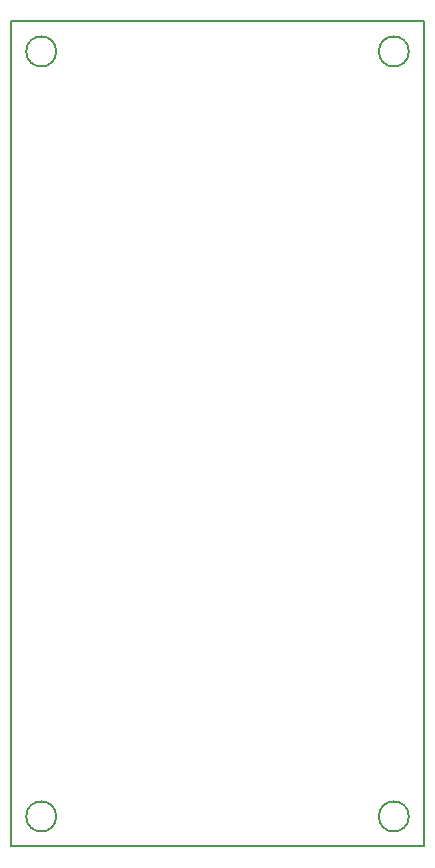
<source format=gbr>
G04 #@! TF.FileFunction,Profile,NP*
%FSLAX46Y46*%
G04 Gerber Fmt 4.6, Leading zero omitted, Abs format (unit mm)*
G04 Created by KiCad (PCBNEW 4.0.7) date Saturday, October 06, 2018 'PMt' 03:24:17 PM*
%MOMM*%
%LPD*%
G01*
G04 APERTURE LIST*
%ADD10C,0.100000*%
%ADD11C,0.150000*%
G04 APERTURE END LIST*
D10*
D11*
X89535000Y-102870000D02*
X89535000Y-33020000D01*
X54610000Y-33020000D02*
X54610000Y-102870000D01*
X54610000Y-102870000D02*
X89535000Y-102870000D01*
X88265000Y-100330000D02*
G75*
G03X88265000Y-100330000I-1270000J0D01*
G01*
X58420000Y-100330000D02*
G75*
G03X58420000Y-100330000I-1270000J0D01*
G01*
X88265000Y-35560000D02*
G75*
G03X88265000Y-35560000I-1270000J0D01*
G01*
X58420000Y-35560000D02*
G75*
G03X58420000Y-35560000I-1270000J0D01*
G01*
X54610000Y-33020000D02*
X89535000Y-33020000D01*
M02*

</source>
